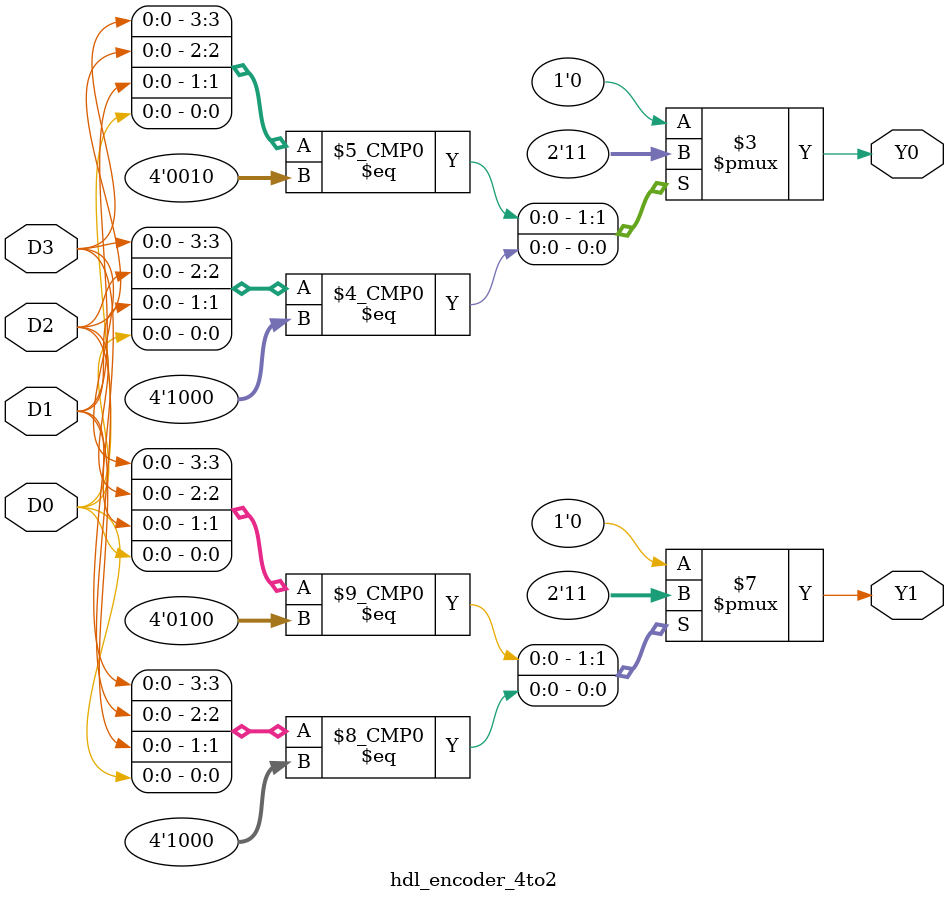
<source format=v>
module hdl_encoder_4to2 (
    input D0, D1, D2, D3,
    output reg Y0, Y1
);

    always @(*) begin
        case ({D3, D2, D1, D0})
            4'b0001: begin Y1 = 0; Y0 = 0; end
            4'b0010: begin Y1 = 0; Y0 = 1; end
            4'b0100: begin Y1 = 1; Y0 = 0; end
            4'b1000: begin Y1 = 1; Y0 = 1; end
            default: begin Y1 = 0; Y0 = 0; end
        endcase
    end

endmodule

</source>
